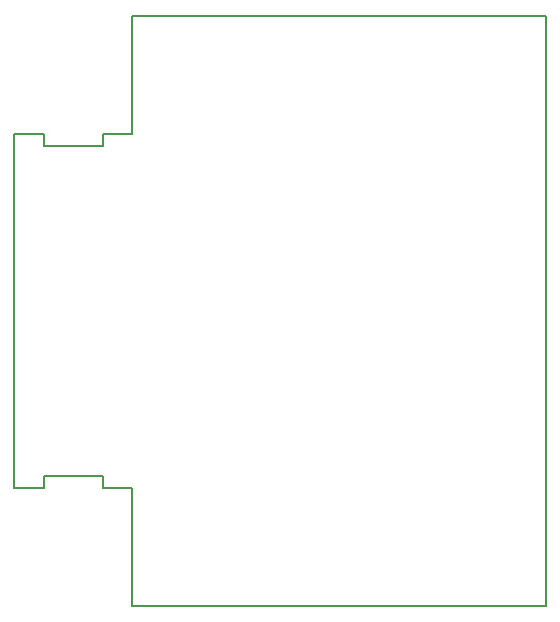
<source format=gm1>
From dc37b6407ed6c9434a7f2d8e9eef8221311e0f0a Mon Sep 17 00:00:00 2001
From: jaseg <git@jaseg.net>
Date: Tue, 27 Nov 2018 11:17:33 +0900
Subject: Do proper pretty breakout gerber export

---
 .../gerber.out/cable_breakout-Edge.Cuts.gm1        | 48 ++++++++++++++++++++++
 1 file changed, 48 insertions(+)
 create mode 100644 cable_breakout/gerber.out/cable_breakout-Edge.Cuts.gm1

(limited to 'cable_breakout/gerber.out/cable_breakout-Edge.Cuts.gm1')

diff --git a/cable_breakout/gerber.out/cable_breakout-Edge.Cuts.gm1 b/cable_breakout/gerber.out/cable_breakout-Edge.Cuts.gm1
new file mode 100644
index 0000000..14d2175
--- /dev/null
+++ b/cable_breakout/gerber.out/cable_breakout-Edge.Cuts.gm1
@@ -0,0 +1,48 @@
+G04 #@! TF.GenerationSoftware,KiCad,Pcbnew,(5.0.1)*
+G04 #@! TF.CreationDate,2018-11-27T11:11:20+09:00*
+G04 #@! TF.ProjectId,cable_breakout,6361626C655F627265616B6F75742E6B,rev?*
+G04 #@! TF.SameCoordinates,Original*
+G04 #@! TF.FileFunction,Profile,NP*
+%FSLAX46Y46*%
+G04 Gerber Fmt 4.6, Leading zero omitted, Abs format (unit mm)*
+G04 Created by KiCad (PCBNEW (5.0.1)) date Tue Nov 27 11:11:20 2018*
+%MOMM*%
+%LPD*%
+G01*
+G04 APERTURE LIST*
+%ADD10C,0.150000*%
+G04 APERTURE END LIST*
+D10*
+X117500000Y-130000000D02*
+X120000000Y-130000000D01*
+X117500000Y-129000000D02*
+X117500000Y-130000000D01*
+X112500000Y-129000000D02*
+X117500000Y-129000000D01*
+X112500000Y-130000000D02*
+X112500000Y-129000000D01*
+X110000000Y-130000000D02*
+X112500000Y-130000000D01*
+X117500000Y-100000000D02*
+X120000000Y-100000000D01*
+X117500000Y-101000000D02*
+X117500000Y-100000000D01*
+X112500000Y-101000000D02*
+X117500000Y-101000000D01*
+X112500000Y-100000000D02*
+X112500000Y-101000000D01*
+X110000000Y-100000000D02*
+X112500000Y-100000000D01*
+X120000000Y-130000000D02*
+X120000000Y-140000000D01*
+X120000000Y-90000000D02*
+X120000000Y-100000000D01*
+X155000000Y-140000000D02*
+X155000000Y-90000000D01*
+X120000000Y-140000000D02*
+X155000000Y-140000000D01*
+X155000000Y-90000000D02*
+X120000000Y-90000000D01*
+X110000000Y-130000000D02*
+X110000000Y-100000000D01*
+M02*
-- 
cgit 


</source>
